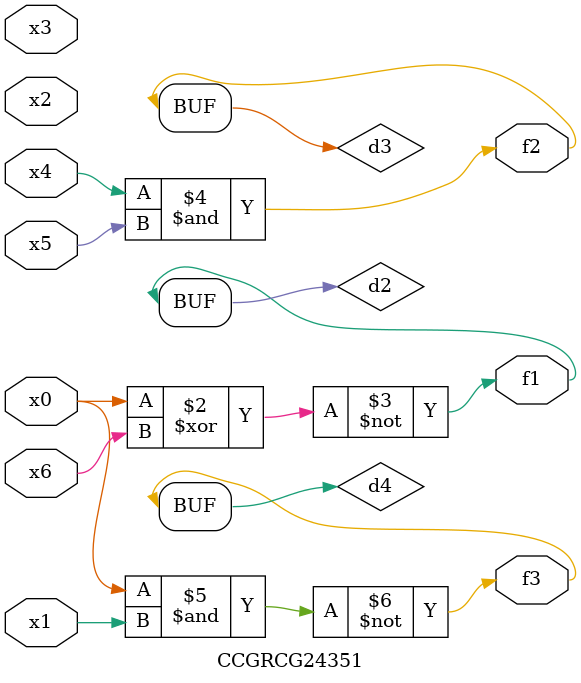
<source format=v>
module CCGRCG24351(
	input x0, x1, x2, x3, x4, x5, x6,
	output f1, f2, f3
);

	wire d1, d2, d3, d4;

	nor (d1, x0);
	xnor (d2, x0, x6);
	and (d3, x4, x5);
	nand (d4, x0, x1);
	assign f1 = d2;
	assign f2 = d3;
	assign f3 = d4;
endmodule

</source>
